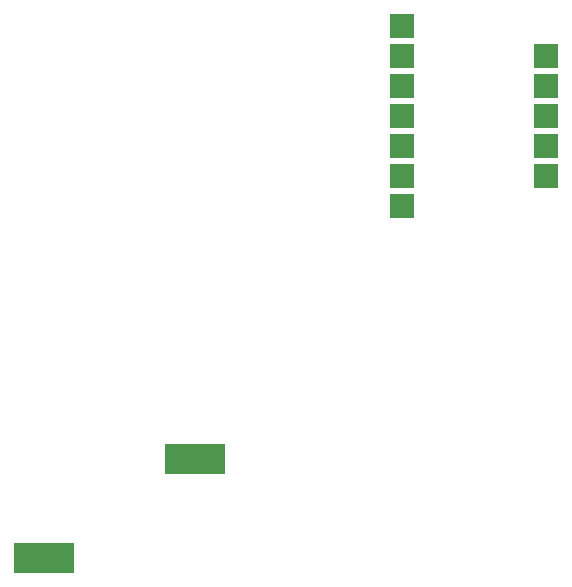
<source format=gtp>
G04 Layer: TopPasteMaskLayer*
G04 EasyEDA v6.5.51, 2025-12-08 09:47:30*
G04 7167e3a2cd4a4cc2b36d8ec3c7a0698f,d159c27349c1460ca4c4e21dfb61053a,10*
G04 Gerber Generator version 0.2*
G04 Scale: 100 percent, Rotated: No, Reflected: No *
G04 Dimensions in millimeters *
G04 leading zeros omitted , absolute positions ,4 integer and 5 decimal *
%FSLAX45Y45*%
%MOMM*%

%AMMACRO1*4,1,5,-0.9843,1.016,0.9843,1.016,0.9843,-1.016,-0.9843,-1.016,-0.9843,0.0635,-0.9843,1.016,0*%
%AMMACRO2*4,1,5,0.9843,-1.016,-0.9843,-1.016,-0.9843,1.016,0.9843,1.016,0.9843,-0.0635,0.9843,-1.016,0*%
%ADD10MACRO1*%
%ADD11MACRO2*%
%ADD12R,5.0800X2.5400*%
%ADD13R,0.0190X2.5400*%

%LPD*%
D10*
G01*
X7946999Y6438897D03*
G01*
X7946999Y6184900D03*
G01*
X7946999Y5930900D03*
G01*
X7946999Y5676900D03*
G01*
X7946999Y5422900D03*
G01*
X7946999Y5168900D03*
G01*
X7946999Y4914902D03*
D11*
G01*
X9172597Y6184900D03*
G01*
X9172597Y5930900D03*
G01*
X9172575Y5676900D03*
G01*
X9172575Y5422900D03*
G01*
X9172575Y5168900D03*
D12*
G01*
X6197600Y2768600D03*
G01*
X4914900Y1930400D03*
M02*

</source>
